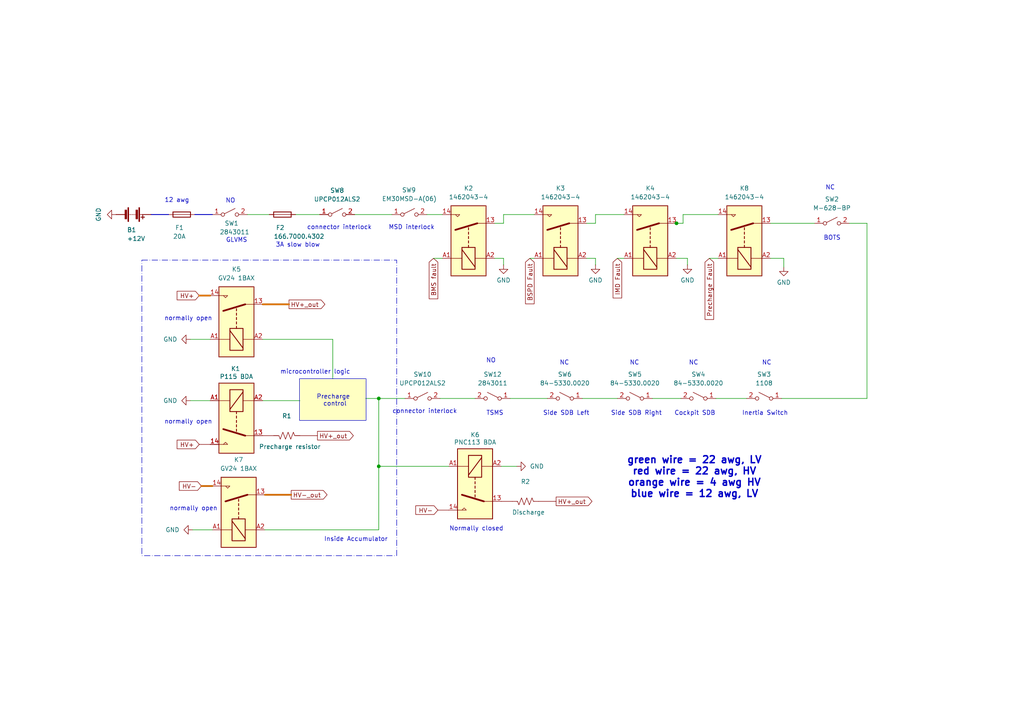
<source format=kicad_sch>
(kicad_sch (version 20250114) (generator "eeschema") (generator_version "9.0")
  (paper "A4")
  (lib_symbols
    (symbol "Device:Battery" (pin_numbers (hide yes)) (pin_names (offset 0) (hide yes))
      (property "Reference" "BT" (at 2.54 2.54 0))
      (property "Value" "Battery" (at 2.54 0 0))
      (symbol "Battery_0_1"
        (rectangle (start -2.032 1.778) (end 2.032 1.524) (fill (type outline)))
        (rectangle (start -2.032 -1.397) (end 2.032 -1.651) (fill (type outline)))
        (rectangle (start -1.3208 1.1938) (end 1.27 0.6858) (fill (type outline)))
        (rectangle (start -1.3208 -1.9812) (end 1.27 -2.4892) (fill (type outline)))
        (polyline (pts (xy 0 1.778) (xy 0 2.54)))
        (polyline (pts (xy 0 0.508) (xy 0 0.762)))
        (polyline (pts (xy 0 0) (xy 0 0.254)))
        (polyline (pts (xy 0 -0.508) (xy 0 -0.254)))
        (polyline (pts (xy 0 -1.016) (xy 0 -0.762)))
        (polyline (pts (xy 0 -1.524) (xy 0 -1.27)))
        (polyline (pts (xy 0.254 2.667) (xy 1.27 2.667)) (stroke (width 0.254)))
        (polyline (pts (xy 0.762 3.175) (xy 0.762 2.159)) (stroke (width 0.254)))
      )
      (symbol "Battery_1_1"
        (pin passive line (at 0 5.08 270) (length 2.54) (name "+") (number "1"))
        (pin passive line (at 0 -5.08 90) (length 2.54) (name "-") (number "2"))
      )
    )
    (symbol "Device:Fuse" (pin_numbers (hide yes)) (pin_names (offset 0))
      (property "Reference" "F" (at 2.032 0 90))
      (property "Value" "Fuse" (at -1.905 0 90))
      (symbol "Fuse_0_1"
        (rectangle (start -0.762 -2.54) (end 0.762 2.54) (stroke (width 0.254)))
        (polyline (pts (xy 0 2.54) (xy 0 -2.54)))
      )
      (symbol "Fuse_1_1"
        (pin passive line (at 0 3.81 270) (length 1.27) (name "~") (number "1"))
        (pin passive line (at 0 -3.81 90) (length 1.27) (name "~") (number "2"))
      )
    )
    (symbol "Device:R_US" (pin_numbers (hide yes)) (pin_names (offset 0))
      (property "Reference" "R" (at 2.54 0 90))
      (property "Value" "R_US" (at -2.54 0 90))
      (symbol "R_US_0_1"
        (polyline (pts (xy 0 2.286) (xy 0 2.54)))
        (polyline (pts (xy 0 2.286) (xy 1.016 1.905) (xy 0 1.524) (xy -1.016 1.143) (xy 0 0.762)))
        (polyline (pts (xy 0 0.762) (xy 1.016 0.381) (xy 0 0) (xy -1.016 -0.381) (xy 0 -0.762)))
        (polyline (pts (xy 0 -0.762) (xy 1.016 -1.143) (xy 0 -1.524) (xy -1.016 -1.905) (xy 0 -2.286)))
        (polyline (pts (xy 0 -2.286) (xy 0 -2.54)))
      )
      (symbol "R_US_1_1"
        (pin passive line (at 0 3.81 270) (length 1.27) (name "~") (number "1"))
        (pin passive line (at 0 -3.81 90) (length 1.27) (name "~") (number "2"))
      )
    )
    (symbol "GND_1" (power) (pin_numbers (hide yes)) (pin_names (offset 0) (hide yes))
      (property "Value" "GND" (at 0 -3.81 0))
      (symbol "GND_1_0_1"
        (polyline (pts (xy 0 0) (xy 0 -1.27) (xy 1.27 -1.27) (xy 0 -2.54) (xy -1.27 -1.27) (xy 0 -1.27)))
      )
      (symbol "GND_1_1_1"
        (pin power_in line (at 0 0 270) (length 0) (name "~") (number "1"))
      )
    )
    (symbol "Relay:Relay_SPST-NO"
      (property "Reference" "K" (at 11.43 3.81 0))
      (property "Value" "Relay_SPST-NO" (at 11.43 1.27 0))
      (symbol "Relay_SPST-NO_0_0"
        (polyline (pts (xy 7.62 5.08) (xy 7.62 2.54) (xy 6.985 3.175) (xy 7.62 3.81)))
      )
      (symbol "Relay_SPST-NO_0_1"
        (rectangle (start -10.16 5.08) (end 10.16 -5.08) (stroke (width 0.254)) (fill (type background)))
        (rectangle (start -8.255 1.905) (end -1.905 -1.905) (stroke (width 0.254)))
        (polyline (pts (xy -7.62 -1.905) (xy -2.54 1.905)) (stroke (width 0.254)))
        (polyline (pts (xy -5.08 5.08) (xy -5.08 1.905)))
        (polyline (pts (xy -5.08 -5.08) (xy -5.08 -1.905)))
        (polyline (pts (xy -1.905 0) (xy -1.27 0)) (stroke (width 0.254)))
        (polyline (pts (xy -0.635 0) (xy 0 0)) (stroke (width 0.254)))
        (polyline (pts (xy 0.635 0) (xy 1.27 0)) (stroke (width 0.254)))
        (polyline (pts (xy 1.905 0) (xy 2.54 0)) (stroke (width 0.254)))
        (polyline (pts (xy 3.175 0) (xy 3.81 0)) (stroke (width 0.254)))
        (polyline (pts (xy 5.08 -2.54) (xy 3.175 3.81)) (stroke (width 0.508)))
        (polyline (pts (xy 5.08 -2.54) (xy 5.08 -5.08)))
      )
      (symbol "Relay_SPST-NO_1_1"
        (pin passive line (at -5.08 7.62 270) (length 2.54) (name "~") (number "A1"))
        (pin passive line (at -5.08 -7.62 90) (length 2.54) (name "~") (number "A2"))
        (pin passive line (at 5.08 -7.62 90) (length 2.54) (name "~") (number "13"))
        (pin passive line (at 7.62 7.62 270) (length 2.54) (name "~") (number "14"))
      )
    )
    (symbol "Switch:SW_SPST" (pin_names (offset 0) (hide yes))
      (property "Reference" "SW" (at 0 3.175 0))
      (property "Value" "SW_SPST" (at 0 -2.54 0))
      (symbol "SW_SPST_0_0"
        (circle (center -2.032 0) (radius 0.508))
        (polyline (pts (xy -1.524 0.254) (xy 1.524 1.778)))
        (circle (center 2.032 0) (radius 0.508))
      )
      (symbol "SW_SPST_1_1"
        (pin passive line (at -5.08 0 0) (length 2.54) (name "A") (number "1"))
        (pin passive line (at 5.08 0 180) (length 2.54) (name "B") (number "2"))
      )
    )
    (symbol "power:GND" (power) (pin_names (offset 0))
      (property "Value" "GND" (at 0 -3.81 0))
      (symbol "GND_0_1"
        (polyline (pts (xy 0 0) (xy 0 -1.27) (xy 1.27 -1.27) (xy 0 -2.54) (xy -1.27 -1.27) (xy 0 -1.27)))
      )
      (symbol "GND_1_1"
        (pin power_in line (at 0 0 270) (length 0) (hide yes) (name "GND") (number "1"))
      )
    )
  )
  (rectangle (start 86.868 109.855) (end 106.172 121.92) (fill (type color) (color 255 255 194 1)))
  (rectangle (start 41.148 75.438) (end 115.062 161.163) (stroke (width 0) (type dash_dot)))
  (text "Normally closed" (at 138.176 153.416 0) (effects (font (size 1.27 1.27))))
  (text "Precharge \ncontrol" (at 97.155 116.205 0) (effects (font (size 1.27 1.27))))
  (text "Side SDB Left" (at 157.48 120.65 0) (effects (font (size 1.27 1.27)) (justify left bottom)))
  (text "Inertia Switch\n" (at 228.6 120.65 0) (effects (font (size 1.27 1.27)) (justify right bottom)))
  (text "connector interlock" (at 98.425 66.04 0) (effects (font (size 1.27 1.27))))
  (text "green wire = 22 awg, LV\nred wire = 22 awg, HV\norange wire = 4 awg HV\nblue wire = 12 awg, LV" (at 201.422 138.43 0) (effects (font (size 2.032 2.032) (thickness 0.4064) (bold yes))))
  (text "NC" (at 185.42 106.045 0) (effects (font (size 1.27 1.27)) (justify right bottom)))
  (text "NC" (at 202.565 106.045 0) (effects (font (size 1.27 1.27)) (justify right bottom)))
  (text "12 awg" (at 51.308 58.166 0) (effects (font (size 1.27 1.27))))
  (text "normally open" (at 54.61 122.428 0) (effects (font (size 1.27 1.27))))
  (text "NC" (at 165.1 106.045 0) (effects (font (size 1.27 1.27)) (justify right bottom)))
  (text "TSMS\n" (at 146.05 120.65 0) (effects (font (size 1.27 1.27)) (justify right bottom)))
  (text "Side SDB Right" (at 177.165 120.65 0) (effects (font (size 1.27 1.27)) (justify left bottom)))
  (text "normally open" (at 56.134 147.574 0) (effects (font (size 1.27 1.27))))
  (text "NC" (at 220.98 106.045 0) (effects (font (size 1.27 1.27)) (justify left bottom)))
  (text "BOTS\n" (at 243.84 69.85 0) (effects (font (size 1.27 1.27)) (justify right bottom)))
  (text "connector interlock" (at 123.19 119.38 0) (effects (font (size 1.27 1.27))))
  (text "GLVMS" (at 71.755 70.485 0) (effects (font (size 1.27 1.27)) (justify right bottom)))
  (text "NC" (at 239.395 55.245 0) (effects (font (size 1.27 1.27)) (justify left bottom)))
  (text "normally open" (at 54.61 92.456 0) (effects (font (size 1.27 1.27))))
  (text "NO" (at 140.97 105.41 0) (effects (font (size 1.27 1.27)) (justify left bottom)))
  (text "Inside Accumulator" (at 93.98 157.226 0) (effects (font (size 1.27 1.27)) (justify left bottom)))
  (text "Cockpit SDB" (at 195.58 120.65 0) (effects (font (size 1.27 1.27)) (justify left bottom)))
  (text "microcontroller logic" (at 91.44 107.95 0) (effects (font (size 1.27 1.27))))
  (text "NO" (at 65.405 59.055 0) (effects (font (size 1.27 1.27)) (justify left bottom)))
  (text "MSD interlock" (at 119.38 66.04 0) (effects (font (size 1.27 1.27))))
  (text "3A slow blow " (at 86.868 71.12 0) (effects (font (size 1.27 1.27))))
  (junction (at 109.855 115.57))
  (junction (at 109.855 135.255))
  (junction (at 196.215 64.77))
  (wire (pts (xy 147.955 115.57) (xy 158.75 115.57)))
  (wire (pts (xy 125.73 74.93) (xy 128.27 74.93)))
  (wire (pts (xy 109.855 115.57) (xy 109.855 135.255)))
  (wire (pts (xy 143.51 64.77) (xy 146.05 64.77)))
  (wire (pts (xy 223.52 64.77) (xy 236.22 64.77)))
  (wire (pts (xy 179.07 74.93) (xy 180.975 74.93)))
  (wire (pts (xy 198.12 62.23) (xy 208.28 62.23)))
  (wire (pts (xy 196.215 64.77) (xy 198.12 64.77)))
  (wire (pts (xy 198.12 64.77) (xy 198.12 62.23)))
  (wire (pts (xy 153.67 74.93) (xy 154.94 74.93)))
  (wire (pts (xy 251.46 64.77) (xy 251.46 115.57)))
  (wire (pts (xy 76.2 116.205) (xy 86.995 116.205)))
  (wire (pts (xy 146.05 74.93) (xy 143.51 74.93)))
  (wire (pts (xy 102.87 62.23) (xy 113.665 62.23)))
  (wire (pts (xy 127 147.955) (xy 130.175 147.955)) (stroke (width 0) (color 132 0 0 1)))
  (wire (pts (xy 170.18 64.77) (xy 172.72 64.77)))
  (wire (pts (xy 56.515 62.23) (xy 61.595 62.23)) (stroke (width 0.254) (color 0 0 194 1)))
  (wire (pts (xy 145.415 135.255) (xy 149.86 135.255)))
  (wire (pts (xy 199.39 74.93) (xy 199.39 76.835)))
  (wire (pts (xy 196.215 74.93) (xy 199.39 74.93)))
  (wire (pts (xy 172.72 74.93) (xy 172.72 76.835)))
  (wire (pts (xy 86.995 126.365) (xy 92.075 126.365)) (stroke (width 0) (color 132 0 0 1)))
  (wire (pts (xy 78.105 62.23) (xy 71.755 62.23)))
  (wire (pts (xy 226.695 115.57) (xy 251.46 115.57)))
  (wire (pts (xy 60.96 116.205) (xy 55.245 116.205)))
  (wire (pts (xy 92.71 62.23) (xy 85.725 62.23)))
  (wire (pts (xy 76.835 153.67) (xy 109.855 153.67)))
  (wire (pts (xy 123.825 62.23) (xy 128.27 62.23)))
  (wire (pts (xy 76.2 98.425) (xy 96.52 98.425)))
  (wire (pts (xy 76.2 88.265) (xy 83.82 88.265)) (stroke (width 0.508) (color 204 102 0 1)))
  (wire (pts (xy 146.05 74.93) (xy 146.05 76.835)))
  (wire (pts (xy 146.05 62.23) (xy 154.94 62.23)))
  (wire (pts (xy 109.855 115.57) (xy 117.475 115.57)))
  (wire (pts (xy 145.415 145.415) (xy 148.59 145.415)) (stroke (width 0) (color 132 0 0 1)))
  (wire (pts (xy 205.74 74.93) (xy 208.28 74.93)))
  (wire (pts (xy 76.2 126.365) (xy 79.375 126.365)) (stroke (width 0) (color 132 0 0 1)))
  (wire (pts (xy 246.38 64.77) (xy 251.46 64.77)))
  (wire (pts (xy 48.895 62.23) (xy 43.815 62.23)) (stroke (width 0.254) (color 0 0 194 1)))
  (wire (pts (xy 57.785 128.905) (xy 60.96 128.905)) (stroke (width 0) (color 132 0 0 1)))
  (wire (pts (xy 109.855 135.255) (xy 109.855 153.67)))
  (wire (pts (xy 197.485 115.57) (xy 189.23 115.57)))
  (wire (pts (xy 227.33 74.93) (xy 227.33 77.47)))
  (wire (pts (xy 146.05 64.77) (xy 146.05 62.23)))
  (wire (pts (xy 61.595 153.67) (xy 55.88 153.67)))
  (wire (pts (xy 179.07 115.57) (xy 168.91 115.57)))
  (wire (pts (xy 57.785 85.725) (xy 60.96 85.725)) (stroke (width 0.508) (color 204 102 0 1)))
  (wire (pts (xy 76.835 143.51) (xy 84.455 143.51)) (stroke (width 0.508) (color 204 102 0 1)))
  (wire (pts (xy 127.635 115.57) (xy 137.795 115.57)))
  (wire (pts (xy 58.42 140.97) (xy 61.595 140.97)) (stroke (width 0.508) (color 204 102 0 1)))
  (wire (pts (xy 109.855 135.255) (xy 130.175 135.255)))
  (wire (pts (xy 60.96 98.425) (xy 55.245 98.425)))
  (wire (pts (xy 96.52 98.425) (xy 96.52 109.855)))
  (wire (pts (xy 106.045 115.57) (xy 109.855 115.57)))
  (wire (pts (xy 170.18 74.93) (xy 172.72 74.93)))
  (wire (pts (xy 172.72 64.77) (xy 172.72 62.23)))
  (wire (pts (xy 156.21 145.415) (xy 161.29 145.415)) (stroke (width 0) (color 132 0 0 1)))
  (wire (pts (xy 207.645 115.57) (xy 216.535 115.57)))
  (wire (pts (xy 195.58 64.77) (xy 196.215 64.77)))
  (wire (pts (xy 223.52 74.93) (xy 227.33 74.93)))
  (wire (pts (xy 172.72 62.23) (xy 180.975 62.23)))
  (global_label "BMS fault" (shape input) (at 125.73 74.93 270) (property "Intersheetrefs" "${INTERSHEET_REFS}" (effects (hide yes))))
  (global_label "HV+" (shape input) (at 57.785 85.725 180) (property "Intersheetrefs" "${INTERSHEET_REFS}" (effects (hide yes))))
  (global_label "HV+_out" (shape output) (at 92.075 126.365 0) (property "Intersheetrefs" "${INTERSHEET_REFS}" (effects (hide yes))))
  (global_label "Precharge Fault" (shape input) (at 205.74 74.93 270) (property "Intersheetrefs" "${INTERSHEET_REFS}" (effects (hide yes))))
  (global_label "HV+" (shape input) (at 57.785 128.905 180) (property "Intersheetrefs" "${INTERSHEET_REFS}" (effects (hide yes))))
  (global_label "HV-" (shape input) (at 127 147.955 180) (property "Intersheetrefs" "${INTERSHEET_REFS}" (effects (hide yes))))
  (global_label "HV+_out" (shape output) (at 83.82 88.265 0) (property "Intersheetrefs" "${INTERSHEET_REFS}" (effects (hide yes))))
  (global_label "HV+_out" (shape output) (at 161.29 145.415 0) (property "Intersheetrefs" "${INTERSHEET_REFS}" (effects (hide yes))))
  (global_label "IMD Fault" (shape input) (at 179.07 74.93 270) (property "Intersheetrefs" "${INTERSHEET_REFS}" (effects (hide yes))))
  (global_label "BSPD Fault" (shape input) (at 153.67 74.93 270) (property "Intersheetrefs" "${INTERSHEET_REFS}" (effects (hide yes))))
  (global_label "HV-" (shape input) (at 58.42 140.97 180) (property "Intersheetrefs" "${INTERSHEET_REFS}" (effects (hide yes))))
  (global_label "HV-_out" (shape output) (at 84.455 143.51 0) (property "Intersheetrefs" "${INTERSHEET_REFS}" (effects (hide yes))))
  (symbol (lib_id "Switch:SW_SPST") (at 163.83 115.57 0) (mirror y) (unit 1)
    (property "Reference" "SW6" (at 163.83 108.585 0))
    (property "Value" "84-5330.0020" (at 163.83 111.125 0))
  )
  (symbol (lib_name "GND_1") (lib_id "power:GND") (at 172.72 76.835 0) (unit 1)
    (property "Reference" "#PWR02" (effects (hide yes)))
    (property "Value" "GND" (at 172.72 81.28 0))
    (property "Description" "Power symbol creates a global label with name \"GND\" , ground" (effects (hide yes)))
  )
  (symbol (lib_id "Switch:SW_SPST") (at 142.875 115.57 0) (mirror y) (unit 1)
    (property "Reference" "SW12" (at 142.875 108.585 0))
    (property "Value" "2843011" (at 142.875 111.125 0))
  )
  (symbol (lib_id "Switch:SW_SPST") (at 202.565 115.57 0) (mirror y) (unit 1)
    (property "Reference" "SW4" (at 202.565 108.585 0))
    (property "Value" "84-5330.0020" (at 202.565 111.125 0))
  )
  (symbol (lib_id "Switch:SW_SPST") (at 241.3 64.77 0) (unit 1)
    (property "Reference" "SW2" (at 241.3 57.785 0))
    (property "Value" "M-628-BP" (at 241.3 60.325 0))
  )
  (symbol (lib_id "power:GND") (at 33.655 62.23 270) (unit 1)
    (property "Reference" "#PWR0101" (effects (hide yes)))
    (property "Value" "GND" (at 28.575 62.23 0))
  )
  (symbol (lib_id "Relay:Relay_SPST-NO") (at 162.56 69.85 90) (unit 1)
    (property "Reference" "K3" (at 162.56 54.61 90))
    (property "Value" "1462043-4" (at 162.56 57.15 90))
    (property "Description" "Relay SPST, Normally Open, EN50005" (effects (hide yes)))
  )
  (symbol (lib_id "power:GND") (at 55.245 98.425 270) (unit 1)
    (property "Reference" "#PWR04" (effects (hide yes)))
    (property "Value" "GND" (at 51.435 98.4251 90) (effects (justify right)))
  )
  (symbol (lib_id "Relay:Relay_SPST-NO") (at 68.58 121.285 90) (mirror x) (unit 1)
    (property "Reference" "K1" (at 68.326 106.934 90))
    (property "Value" "P115 BDA" (at 68.58 109.22 90))
    (property "Description" "Relay SPST, Normally Open, EN50005" (effects (hide yes)))
  )
  (symbol (lib_id "Device:Fuse") (at 81.915 62.23 270) (unit 1)
    (property "Reference" "F2" (at 80.01 66.04 90) (effects (justify left)))
    (property "Value" "166.7000.4302" (at 79.375 68.58 90) (effects (justify left)))
  )
  (symbol (lib_id "Switch:SW_SPST") (at 118.745 62.23 0) (unit 1)
    (property "Reference" "SW9" (at 118.618 55.118 0))
    (property "Value" "EM30MSD-A(06)" (at 118.745 57.658 0))
    (property "Description" "Single Pole Single Throw (SPST) switch" (effects (hide yes)))
  )
  (symbol (lib_id "Switch:SW_SPST") (at 122.555 115.57 0) (unit 1)
    (property "Reference" "SW10" (at 122.555 108.585 0))
    (property "Value" "UPCP012ALS2" (at 122.555 111.125 0))
    (property "Description" "Single Pole Single Throw (SPST) switch" (effects (hide yes)))
  )
  (symbol (lib_id "Device:Battery") (at 38.735 62.23 270) (unit 1)
    (property "Reference" "B1" (at 36.83 66.675 90) (effects (justify left)))
    (property "Value" "+12V" (at 36.83 69.215 90) (effects (justify left)))
  )
  (symbol (lib_id "Relay:Relay_SPST-NO") (at 188.595 69.85 90) (unit 1)
    (property "Reference" "K4" (at 188.595 54.61 90))
    (property "Value" "1462043-4" (at 188.595 57.15 90))
    (property "Description" "Relay SPST, Normally Open, EN50005" (effects (hide yes)))
  )
  (symbol (lib_id "Switch:SW_SPST") (at 66.675 62.23 0) (unit 1)
    (property "Reference" "SW1" (at 69.215 64.77 0) (effects (justify right)))
    (property "Value" "2843011" (at 72.39 67.31 0) (effects (justify right)))
  )
  (symbol (lib_id "Device:Fuse") (at 52.705 62.23 270) (unit 1)
    (property "Reference" "F1" (at 50.8 66.04 90) (effects (justify left)))
    (property "Value" "20A" (at 50.165 68.58 90) (effects (justify left)))
  )
  (symbol (lib_name "GND_1") (lib_id "power:GND") (at 146.05 76.835 0) (unit 1)
    (property "Reference" "#PWR03" (effects (hide yes)))
    (property "Value" "GND" (at 146.05 81.28 0))
    (property "Description" "Power symbol creates a global label with name \"GND\" , ground" (effects (hide yes)))
  )
  (symbol (lib_id "Switch:SW_SPST") (at 184.15 115.57 0) (mirror y) (unit 1)
    (property "Reference" "SW5" (at 184.15 108.585 0))
    (property "Value" "84-5330.0020" (at 184.15 111.125 0))
  )
  (symbol (lib_id "Switch:SW_SPST") (at 97.79 62.23 0) (unit 1)
    (property "Reference" "SW8" (at 97.79 55.245 0))
    (property "Value" "UPCP012ALS2" (at 97.79 57.785 0))
    (property "Description" "Single Pole Single Throw (SPST) switch" (effects (hide yes)))
  )
  (symbol (lib_id "Device:R_US") (at 83.185 126.365 90) (mirror x) (unit 1)
    (property "Reference" "R1" (at 83.185 120.65 90))
    (property "Value" "Precharge resistor" (at 84.074 129.54 90))
    (property "Description" "Resistor, US symbol" (effects (hide yes)))
  )
  (symbol (lib_id "Relay:Relay_SPST-NO") (at 68.58 93.345 90) (unit 1)
    (property "Reference" "K5" (at 68.58 78.105 90))
    (property "Value" "GV24 1BAX" (at 68.58 80.645 90))
    (property "Description" "Relay SPST, Normally Open, EN50005" (effects (hide yes)))
  )
  (symbol (lib_name "GND_1") (lib_id "power:GND") (at 199.39 76.835 0) (unit 1)
    (property "Reference" "#PWR01" (effects (hide yes)))
    (property "Value" "GND" (at 199.39 81.28 0))
    (property "Description" "Power symbol creates a global label with name \"GND\" , ground" (effects (hide yes)))
  )
  (symbol (lib_id "power:GND") (at 55.245 116.205 270) (mirror x) (unit 1)
    (property "Reference" "#PWR?" (effects (hide yes)))
    (property "Value" "GND" (at 51.435 116.2049 90) (effects (justify right)))
  )
  (symbol (lib_name "GND_1") (lib_id "power:GND") (at 227.33 77.47 0) (unit 1)
    (property "Reference" "#PWR07" (effects (hide yes)))
    (property "Value" "GND" (at 227.33 81.915 0))
    (property "Description" "Power symbol creates a global label with name \"GND\" , ground" (effects (hide yes)))
  )
  (symbol (lib_id "Relay:Relay_SPST-NO") (at 215.9 69.85 90) (unit 1)
    (property "Reference" "K8" (at 215.9 54.61 90))
    (property "Value" "1462043-4" (at 215.9 57.15 90))
    (property "Description" "Relay SPST, Normally Open, EN50005" (effects (hide yes)))
  )
  (symbol (lib_id "Switch:SW_SPST") (at 221.615 115.57 0) (mirror y) (unit 1)
    (property "Reference" "SW3" (at 221.615 108.585 0))
    (property "Value" "1108" (at 221.615 111.125 0))
  )
  (symbol (lib_id "power:GND") (at 55.88 153.67 270) (unit 1)
    (property "Reference" "#PWR06" (effects (hide yes)))
    (property "Value" "GND" (at 52.07 153.6701 90) (effects (justify right)))
  )
  (symbol (lib_id "Relay:Relay_SPST-NO") (at 135.89 69.85 90) (unit 1)
    (property "Reference" "K2" (at 135.89 54.61 90))
    (property "Value" "1462043-4" (at 135.89 57.15 90))
    (property "Description" "Relay SPST, Normally Open, EN50005" (effects (hide yes)))
  )
  (symbol (lib_id "power:GND") (at 149.86 135.255 90) (unit 1)
    (property "Reference" "#PWR05" (effects (hide yes)))
    (property "Value" "GND" (at 153.67 135.2549 90) (effects (justify right)))
  )
  (symbol (lib_id "Device:R_US") (at 152.4 145.415 90) (mirror x) (unit 1)
    (property "Reference" "R2" (at 152.4 139.7 90))
    (property "Value" "Discharge" (at 153.289 148.59 90))
    (property "Description" "Resistor, US symbol" (effects (hide yes)))
  )
  (symbol (lib_id "Relay:Relay_SPST-NO") (at 69.215 148.59 90) (unit 1)
    (property "Reference" "K7" (at 69.215 133.35 90))
    (property "Value" "GV24 1BAX" (at 69.215 135.89 90))
    (property "Description" "Relay SPST, Normally Open, EN50005" (effects (hide yes)))
  )
  (symbol (lib_id "Relay:Relay_SPST-NO") (at 137.795 140.335 90) (mirror x) (unit 1)
    (property "Reference" "K6" (at 137.795 126.111 90))
    (property "Value" "PNC113 BDA" (at 137.795 128.27 90))
    (property "Description" "Relay SPST, Normally Open, EN50005" (effects (hide yes)))
  )
)
</source>
